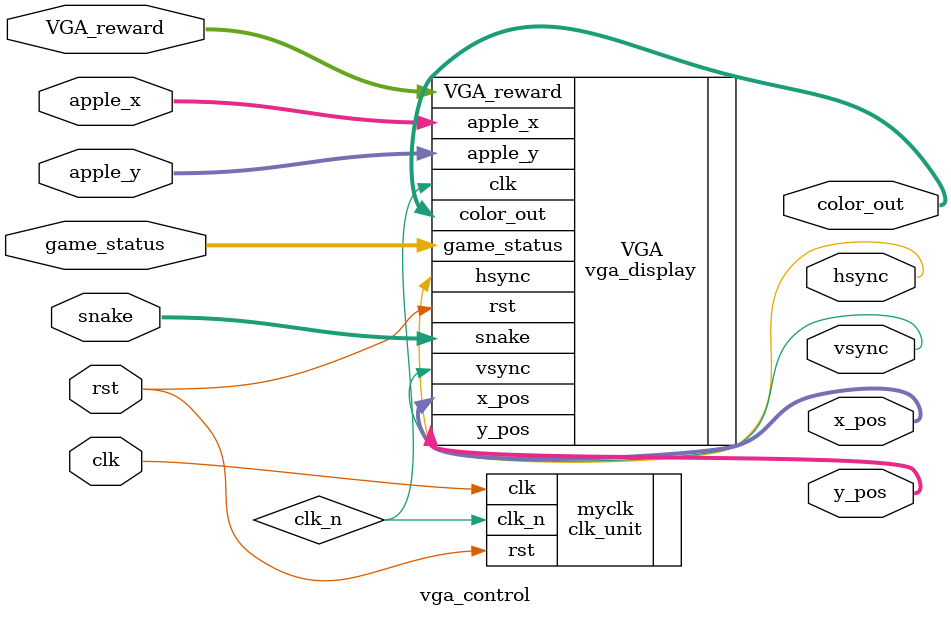
<source format=v>
/*
 * @Discription:  VGA控制模块 整合时钟并生成坐标和相关显示

 */
`timescale 1ns / 1ps

module vga_control(
	input clk,
    input rst,

    input [1:0]snake,
    input [5:0]apple_x,
    input [4:0]apple_y,
    input [11:0]    VGA_reward,
    input [1:0] game_status,
    output [9:0]x_pos,
    output [9:0]y_pos,    
    output hsync,
    output vsync,
    output [11:0] color_out
    );
    
    wire clk_n;
    
    clk_unit myclk(
        .clk(clk),
        .rst(rst),
        .clk_n(clk_n)
    );


    vga_display VGA
(
		.clk(clk_n),
		.rst(rst),
		.hsync(hsync),
		.vsync(vsync),
		.snake(snake),
        .color_out(color_out),
		.x_pos(x_pos),
		.y_pos(y_pos),
        .game_status(game_status),
		.apple_x(apple_x),
		.apple_y(apple_y),
        .VGA_reward(VGA_reward)
	);
endmodule

</source>
